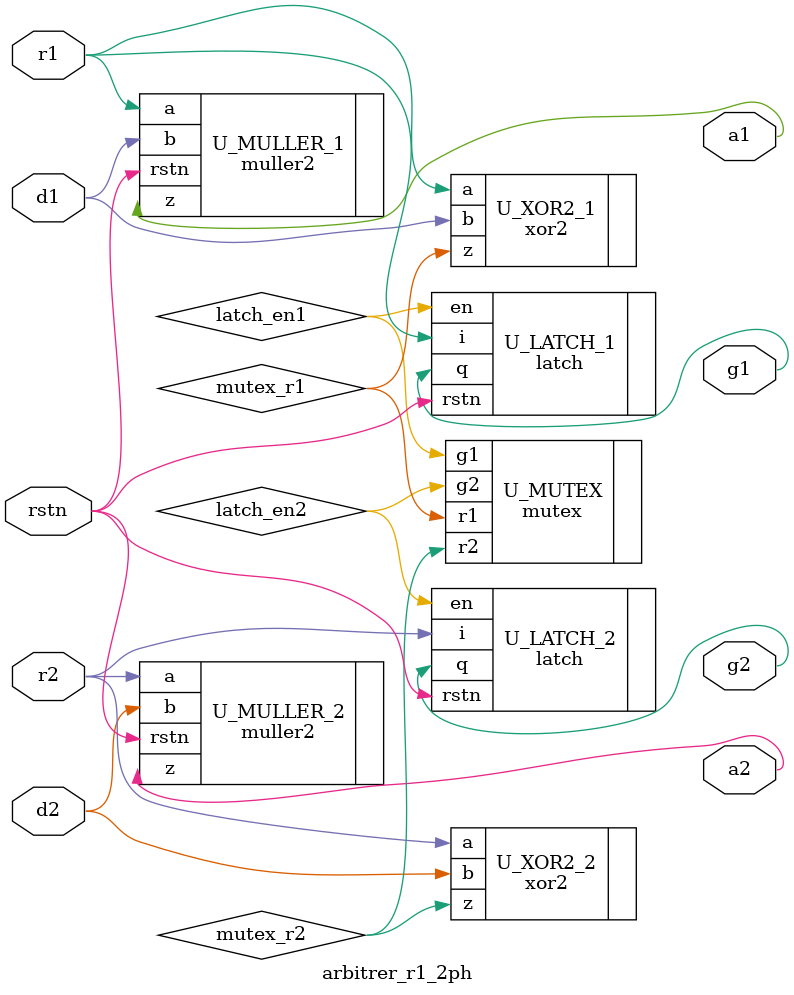
<source format=v>


module arbitrer_r1_2ph(/*AUTOARG*/
   // Outputs
   a1, a2, g1, g2,
   // Inputs
   r1, r2, d1, d2, rstn
   );
   input r1;
   output a1;

   input  r2;
   output a2;

   output g1;
   input  d1;

   output g2;
   input  d2;


   input  rstn;

   wire   mutex_r1, mutex_r2;
   wire   latch_en1, latch_en2;


   xor2 U_XOR2_1 (.a(r1),.b(d1),.z(mutex_r1));
   xor2 U_XOR2_2 (.a(r2),.b(d2),.z(mutex_r2));


   mutex U_MUTEX(
                 .r1(mutex_r1),
                 .r2(mutex_r2),
                 .g1(latch_en1),
                 .g2(latch_en2)
                 );


   latch U_LATCH_1 (.i(r1),
                    .q(g1),
                    .en(latch_en1),
                    .rstn(rstn));

   latch U_LATCH_2 (.i(r2),
                    .q(g2),
                    .en(latch_en2),
                    .rstn(rstn));




   // ack feedback on input ports
   muller2 U_MULLER_1(.a(r1),.b(d1),.rstn(rstn),.z(a1));
   muller2 U_MULLER_2(.a(r2),.b(d2),.rstn(rstn),.z(a2));




endmodule //

</source>
